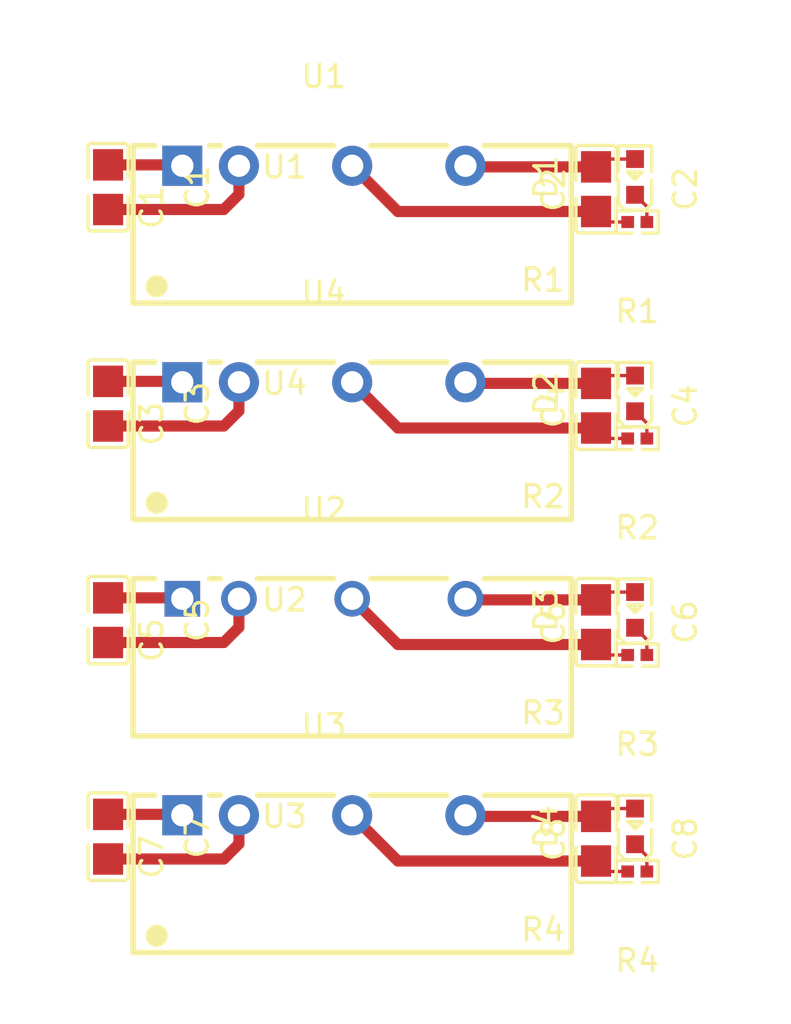
<source format=kicad_pcb>
(kicad_pcb (version 20241229) (generator "pcbnew") (generator_version "9.0")
  (layers (0 "F.Cu" signal) (2 "B.Cu" signal) (13 "F.Paste" user) (15 "B.Paste" user) (5 "F.SilkS" user "F.Silkscreen") (7 "B.SilkS" user "B.Silkscreen") (1 "F.Mask" user) (3 "B.Mask" user) (25 "Edge.Cuts" user))
  (net 0 "")
  (net 1 "regulators[2].led-cathode")
  (net 2 "gnd-6")
  (net 3 "hv-6")
  (net 4 "gnd")
  (net 5 "regulators[0].led-cathode")
  (net 6 "gnd-1")
  (net 7 "hv-3")
  (net 8 "regulators[3].led-cathode")
  (net 9 "gnd-3")
  (net 10 "hv-4")
  (net 11 "regulators[1].led-cathode")
  (net 12 "hv-5")
  (net 13 "hv-1")
  (net 14 "gnd-2")
  (net 15 "gnd-4")
  (net 16 "hv-7")
  (net 17 "hv-2")
  (net 18 "gnd-7")
  (net 19 "hv")
  (net 20 "gnd-5")
  (footprint "atopile:C0805-3b2e55" (layer "F.Cu") (at 138.47 110.67 -90)
    (property "Reference" "C6" (at 0.029417 1.906875 270) (layer "F.SilkS"))
    (property "Value" "10µF ±10% 25V X5R")
    (fp_line (start -0.4 0.9) (end -1.81 0.9) (stroke (width 0.15)) (layer "F.SilkS"))
    (fp_line (start 0.4 0.9) (end 1.81 0.9) (stroke (width 0.15)) (layer "F.SilkS"))
    (fp_line (start -1.96 0.75) (end -1.96 -0.75) (stroke (width 0.15)) (layer "F.SilkS"))
    (fp_line (start 1.96 0.75) (end 1.96 -0.75) (stroke (width 0.15)) (layer "F.SilkS"))
    (fp_line (start -1.81 -0.9) (end -0.4 -0.9) (stroke (width 0.15)) (layer "F.SilkS"))
    (fp_line (start 1.81 -0.9) (end 0.4 -0.9) (stroke (width 0.15)) (layer "F.SilkS"))
    (fp_arc (start -1.81 0.9) (mid -1.916066 0.856066) (end -1.96 0.75) (stroke (width 0.15)) (layer "F.SilkS"))
    (fp_arc (start 1.96 0.75) (mid 1.916066 0.856066) (end 1.81 0.9) (stroke (width 0.15)) (layer "F.SilkS"))
    (fp_arc (start -1.96 -0.75) (mid -1.916066 -0.856066) (end -1.81 -0.9) (stroke (width 0.15)) (layer "F.SilkS"))
    (fp_arc (start 1.81 -0.9) (mid 1.916066 -0.856066) (end 1.96 -0.75) (stroke (width 0.15)) (layer "F.SilkS"))
    (fp_text user "${REFERENCE}" (at 0 -4 270) (layer "F.SilkS"))
    (pad "1" smd rect (at -1 0 270) (size 1.41 1.35) (layers "F.Cu" "F.Mask" "F.Paste") (net 10 "hv-4"))
    (pad "2" smd rect (at 1 0 270) (size 1.41 1.35) (layers "F.Cu" "F.Mask" "F.Paste") (net 9 "gnd-3"))
  )
  (footprint "atopile:R0402-56259e" (layer "F.Cu") (at 140.32 92.74 180)
    (property "Reference" "R1" (at 4.23 -2.6 0) (layer "F.SilkS"))
    (property "Value" "2kΩ ±1% 62.5mW")
    (fp_line (start 0.94 0.5) (end 0.94 -0.5) (stroke (width 0.15)) (layer "F.SilkS"))
    (fp_line (start 0.94 -0.5) (end 0.23 -0.5) (stroke (width 0.15)) (layer "F.SilkS"))
    (fp_line (start 0.23 0.5) (end 0.94 0.5) (stroke (width 0.15)) (layer "F.SilkS"))
    (fp_line (start -0.23 0.5) (end -0.94 0.5) (stroke (width 0.15)) (layer "F.SilkS"))
    (fp_line (start -0.94 0.5) (end -0.94 -0.5) (stroke (width 0.15)) (layer "F.SilkS"))
    (fp_line (start -0.94 -0.5) (end -0.23 -0.5) (stroke (width 0.15)) (layer "F.SilkS"))
    (fp_text user "${REFERENCE}" (at 0 -4 180) (layer "F.SilkS"))
    (pad "1" smd rect (at -0.43 0 180) (size 0.57 0.54) (layers "F.Cu" "F.Mask" "F.Paste") (net 5 "regulators[0].led-cathode"))
    (pad "2" smd rect (at 0.43 0 180) (size 0.57 0.54) (layers "F.Cu" "F.Mask" "F.Paste") (net 15 "gnd-4"))
  )
  (footprint "atopile:C0805-3b2e55" (layer "F.Cu") (at 116.58 91.18 -90)
    (property "Reference" "C1" (at 0.9 -1.96 90) (layer "F.SilkS"))
    (property "Value" "2.2µF ±10% 25V X7R")
    (fp_line (start -0.4 0.9) (end -1.81 0.9) (stroke (width 0.15)) (layer "F.SilkS"))
    (fp_line (start 0.4 0.9) (end 1.81 0.9) (stroke (width 0.15)) (layer "F.SilkS"))
    (fp_line (start -1.96 0.75) (end -1.96 -0.75) (stroke (width 0.15)) (layer "F.SilkS"))
    (fp_line (start 1.96 0.75) (end 1.96 -0.75) (stroke (width 0.15)) (layer "F.SilkS"))
    (fp_line (start -1.81 -0.9) (end -0.4 -0.9) (stroke (width 0.15)) (layer "F.SilkS"))
    (fp_line (start 1.81 -0.9) (end 0.4 -0.9) (stroke (width 0.15)) (layer "F.SilkS"))
    (fp_arc (start -1.81 0.9) (mid -1.916066 0.856066) (end -1.96 0.75) (stroke (width 0.15)) (layer "F.SilkS"))
    (fp_arc (start 1.96 0.75) (mid 1.916066 0.856066) (end 1.81 0.9) (stroke (width 0.15)) (layer "F.SilkS"))
    (fp_arc (start -1.96 -0.75) (mid -1.916066 -0.856066) (end -1.81 -0.9) (stroke (width 0.15)) (layer "F.SilkS"))
    (fp_arc (start 1.81 -0.9) (mid 1.916066 -0.856066) (end 1.96 -0.75) (stroke (width 0.15)) (layer "F.SilkS"))
    (fp_text user "${REFERENCE}" (at 0 -4 270) (layer "F.SilkS"))
    (pad "1" smd rect (at -1 0 270) (size 1.41 1.35) (layers "F.Cu" "F.Mask" "F.Paste") (net 12 "hv-5"))
    (pad "2" smd rect (at 1 0 270) (size 1.41 1.35) (layers "F.Cu" "F.Mask" "F.Paste") (net 14 "gnd-2"))
  )
  (footprint "atopile:C0805-3b2e55" (layer "F.Cu") (at 116.58 120.28 -90)
    (property "Reference" "C7" (at 0.9 -1.96 90) (layer "F.SilkS"))
    (property "Value" "2.2µF ±10% 25V X7R")
    (fp_line (start -0.4 0.9) (end -1.81 0.9) (stroke (width 0.15)) (layer "F.SilkS"))
    (fp_line (start 0.4 0.9) (end 1.81 0.9) (stroke (width 0.15)) (layer "F.SilkS"))
    (fp_line (start -1.96 0.75) (end -1.96 -0.75) (stroke (width 0.15)) (layer "F.SilkS"))
    (fp_line (start 1.96 0.75) (end 1.96 -0.75) (stroke (width 0.15)) (layer "F.SilkS"))
    (fp_line (start -1.81 -0.9) (end -0.4 -0.9) (stroke (width 0.15)) (layer "F.SilkS"))
    (fp_line (start 1.81 -0.9) (end 0.4 -0.9) (stroke (width 0.15)) (layer "F.SilkS"))
    (fp_arc (start -1.81 0.9) (mid -1.916066 0.856066) (end -1.96 0.75) (stroke (width 0.15)) (layer "F.SilkS"))
    (fp_arc (start 1.96 0.75) (mid 1.916066 0.856066) (end 1.81 0.9) (stroke (width 0.15)) (layer "F.SilkS"))
    (fp_arc (start -1.96 -0.75) (mid -1.916066 -0.856066) (end -1.81 -0.9) (stroke (width 0.15)) (layer "F.SilkS"))
    (fp_arc (start 1.81 -0.9) (mid 1.916066 -0.856066) (end 1.96 -0.75) (stroke (width 0.15)) (layer "F.SilkS"))
    (fp_text user "${REFERENCE}" (at 0 -4 270) (layer "F.SilkS"))
    (pad "1" smd rect (at -1 0 270) (size 1.41 1.35) (layers "F.Cu" "F.Mask" "F.Paste") (net 16 "hv-7"))
    (pad "2" smd rect (at 1 0 270) (size 1.41 1.35) (layers "F.Cu" "F.Mask" "F.Paste") (net 6 "gnd-1"))
  )
  (footprint "atopile:PWRM-TH_BXXXXS-2WR2-87119e" (layer "F.Cu") (at 126.26 109.62)
    (property "Reference" "U2" (at -1.76 0.05 0) (layer "F.SilkS"))
    (property "Value" "")
    (fp_line (start -8.56 -0.9) (end -7.58 -0.9) (stroke (width 0.25)) (layer "F.SilkS"))
    (fp_line (start -8.56 6.15) (end -8.56 -0.9) (stroke (width 0.25)) (layer "F.SilkS"))
    (fp_line (start -5.12 -0.9) (end -4.65 -0.9) (stroke (width 0.25)) (layer "F.SilkS"))
    (fp_line (start -2.97 -0.9) (end 0.43 -0.9) (stroke (width 0.25)) (layer "F.SilkS"))
    (fp_line (start 2.11 -0.9) (end 5.51 -0.9) (stroke (width 0.25)) (layer "F.SilkS"))
    (fp_line (start 7.19 -0.9) (end 11.1 -0.9) (stroke (width 0.25)) (layer "F.SilkS"))
    (fp_line (start 11.09 6.15) (end -8.56 6.15) (stroke (width 0.25)) (layer "F.SilkS"))
    (fp_line (start 11.1 6.15) (end 11.1 -0.9) (stroke (width 0.25)) (layer "F.SilkS"))
    (fp_text user "${REFERENCE}" (at 0 -4 0) (layer "F.SilkS"))
    (pad "1" thru_hole rect (at -6.35 0) (size 1.6 1.6) (drill 0.999998) (layers "*.Cu" "*.Mask") (net 7 "hv-3"))
    (pad "2" thru_hole circle (at -3.81 0) (size 1.6 1.6) (drill 0.999998) (layers "*.Cu" "*.Mask") (net 4 "gnd"))
    (pad "4" thru_hole circle (at 1.27 0) (size 1.6 1.6) (drill 0.999998) (layers "*.Cu" "*.Mask") (net 9 "gnd-3"))
    (pad "6" thru_hole circle (at 6.35 0) (size 1.6 1.6) (drill 0.999998) (layers "*.Cu" "*.Mask") (net 10 "hv-4"))
  )
  (footprint "atopile:C0805-3b2e55" (layer "F.Cu") (at 138.47 100.97 -90)
    (property "Reference" "C4" (at 0.029417 1.906875 270) (layer "F.SilkS"))
    (property "Value" "10µF ±10% 25V X5R")
    (fp_line (start -0.4 0.9) (end -1.81 0.9) (stroke (width 0.15)) (layer "F.SilkS"))
    (fp_line (start 0.4 0.9) (end 1.81 0.9) (stroke (width 0.15)) (layer "F.SilkS"))
    (fp_line (start -1.96 0.75) (end -1.96 -0.75) (stroke (width 0.15)) (layer "F.SilkS"))
    (fp_line (start 1.96 0.75) (end 1.96 -0.75) (stroke (width 0.15)) (layer "F.SilkS"))
    (fp_line (start -1.81 -0.9) (end -0.4 -0.9) (stroke (width 0.15)) (layer "F.SilkS"))
    (fp_line (start 1.81 -0.9) (end 0.4 -0.9) (stroke (width 0.15)) (layer "F.SilkS"))
    (fp_arc (start -1.81 0.9) (mid -1.916066 0.856066) (end -1.96 0.75) (stroke (width 0.15)) (layer "F.SilkS"))
    (fp_arc (start 1.96 0.75) (mid 1.916066 0.856066) (end 1.81 0.9) (stroke (width 0.15)) (layer "F.SilkS"))
    (fp_arc (start -1.96 -0.75) (mid -1.916066 -0.856066) (end -1.81 -0.9) (stroke (width 0.15)) (layer "F.SilkS"))
    (fp_arc (start 1.81 -0.9) (mid 1.916066 -0.856066) (end 1.96 -0.75) (stroke (width 0.15)) (layer "F.SilkS"))
    (fp_text user "${REFERENCE}" (at 0 -4 270) (layer "F.SilkS"))
    (pad "1" smd rect (at -1 0 270) (size 1.41 1.35) (layers "F.Cu" "F.Mask" "F.Paste") (net 19 "hv"))
    (pad "2" smd rect (at 1 0 270) (size 1.41 1.35) (layers "F.Cu" "F.Mask" "F.Paste") (net 18 "gnd-7"))
  )
  (footprint "atopile:LED0603-RD-c81ffb" (layer "F.Cu") (at 140.22 90.72 90)
    (property "Reference" "D1" (hide yes))
    (property "Value" "")
    (fp_line (start 1.39 -0.75) (end 1.39 0.73) (stroke (width 0.15)) (layer "F.SilkS"))
    (fp_line (start 0.24 -0.75) (end 1.39 -0.75) (stroke (width 0.15)) (layer "F.SilkS"))
    (fp_line (start -0.14 -0.75) (end -1.19 -0.75) (stroke (width 0.15)) (layer "F.SilkS"))
    (fp_line (start -1.49 -0.45) (end -1.19 -0.75) (stroke (width 0.15)) (layer "F.SilkS"))
    (fp_line (start 0.22 -0.35) (end 0.22 -0.34) (stroke (width 0.15)) (layer "F.SilkS"))
    (fp_line (start 0.22 -0.35) (end 0.22 0.33) (stroke (width 0.15)) (layer "F.SilkS"))
    (fp_line (start -1.49 -0.35) (end -1.49 -0.45) (stroke (width 0.15)) (layer "F.SilkS"))
    (fp_line (start -1.49 -0.35) (end -1.49 0.35) (stroke (width 0.15)) (layer "F.SilkS"))
    (fp_line (start 0.22 -0.34) (end -0.12 0) (stroke (width 0.15)) (layer "F.SilkS"))
    (fp_line (start 0.22 0) (end -0.12 0) (stroke (width 0.15)) (layer "F.SilkS"))
    (fp_line (start 0.22 0.33) (end 0.21 0.33) (stroke (width 0.15)) (layer "F.SilkS"))
    (fp_line (start 0.21 0.33) (end -0.12 0) (stroke (width 0.15)) (layer "F.SilkS"))
    (fp_line (start -1.49 0.35) (end -1.49 0.45) (stroke (width 0.15)) (layer "F.SilkS"))
    (fp_line (start -1.49 0.45) (end -1.19 0.75) (stroke (width 0.15)) (layer "F.SilkS"))
    (fp_line (start 0.24 0.75) (end 1.39 0.75) (stroke (width 0.15)) (layer "F.SilkS"))
    (fp_line (start -0.14 0.75) (end -1.19 0.75) (stroke (width 0.15)) (layer "F.SilkS"))
    (fp_text user "${REFERENCE}" (at 0 -4 90) (layer "F.SilkS"))
    (pad "1" smd rect (at -0.8 0 180) (size 0.8 0.8) (layers "F.Cu" "F.Mask" "F.Paste") (net 5 "regulators[0].led-cathode"))
    (pad "2" smd rect (at 0.8 0 180) (size 0.8 0.8) (layers "F.Cu" "F.Mask" "F.Paste") (net 13 "hv-1"))
  )
  (footprint "atopile:C0805-3b2e55" (layer "F.Cu") (at 138.47 120.37 -90)
    (property "Reference" "C8" (at 0.029417 1.906875 270) (layer "F.SilkS"))
    (property "Value" "10µF ±10% 25V X5R")
    (fp_line (start -0.4 0.9) (end -1.81 0.9) (stroke (width 0.15)) (layer "F.SilkS"))
    (fp_line (start 0.4 0.9) (end 1.81 0.9) (stroke (width 0.15)) (layer "F.SilkS"))
    (fp_line (start -1.96 0.75) (end -1.96 -0.75) (stroke (width 0.15)) (layer "F.SilkS"))
    (fp_line (start 1.96 0.75) (end 1.96 -0.75) (stroke (width 0.15)) (layer "F.SilkS"))
    (fp_line (start -1.81 -0.9) (end -0.4 -0.9) (stroke (width 0.15)) (layer "F.SilkS"))
    (fp_line (start 1.81 -0.9) (end 0.4 -0.9) (stroke (width 0.15)) (layer "F.SilkS"))
    (fp_arc (start -1.81 0.9) (mid -1.916066 0.856066) (end -1.96 0.75) (stroke (width 0.15)) (layer "F.SilkS"))
    (fp_arc (start 1.96 0.75) (mid 1.916066 0.856066) (end 1.81 0.9) (stroke (width 0.15)) (layer "F.SilkS"))
    (fp_arc (start -1.96 -0.75) (mid -1.916066 -0.856066) (end -1.81 -0.9) (stroke (width 0.15)) (layer "F.SilkS"))
    (fp_arc (start 1.81 -0.9) (mid 1.916066 -0.856066) (end 1.96 -0.75) (stroke (width 0.15)) (layer "F.SilkS"))
    (fp_text user "${REFERENCE}" (at 0 -4 270) (layer "F.SilkS"))
    (pad "1" smd rect (at -1 0 270) (size 1.41 1.35) (layers "F.Cu" "F.Mask" "F.Paste") (net 3 "hv-6"))
    (pad "2" smd rect (at 1 0 270) (size 1.41 1.35) (layers "F.Cu" "F.Mask" "F.Paste") (net 2 "gnd-6"))
  )
  (footprint "atopile:LED0603-RD-c81ffb" (layer "F.Cu") (at 140.22 119.82 90)
    (property "Reference" "D4" (hide yes))
    (property "Value" "")
    (fp_line (start 1.39 -0.75) (end 1.39 0.73) (stroke (width 0.15)) (layer "F.SilkS"))
    (fp_line (start 0.24 -0.75) (end 1.39 -0.75) (stroke (width 0.15)) (layer "F.SilkS"))
    (fp_line (start -0.14 -0.75) (end -1.19 -0.75) (stroke (width 0.15)) (layer "F.SilkS"))
    (fp_line (start -1.49 -0.45) (end -1.19 -0.75) (stroke (width 0.15)) (layer "F.SilkS"))
    (fp_line (start 0.22 -0.35) (end 0.22 -0.34) (stroke (width 0.15)) (layer "F.SilkS"))
    (fp_line (start 0.22 -0.35) (end 0.22 0.33) (stroke (width 0.15)) (layer "F.SilkS"))
    (fp_line (start -1.49 -0.35) (end -1.49 -0.45) (stroke (width 0.15)) (layer "F.SilkS"))
    (fp_line (start -1.49 -0.35) (end -1.49 0.35) (stroke (width 0.15)) (layer "F.SilkS"))
    (fp_line (start 0.22 -0.34) (end -0.12 0) (stroke (width 0.15)) (layer "F.SilkS"))
    (fp_line (start 0.22 0) (end -0.12 0) (stroke (width 0.15)) (layer "F.SilkS"))
    (fp_line (start 0.22 0.33) (end 0.21 0.33) (stroke (width 0.15)) (layer "F.SilkS"))
    (fp_line (start 0.21 0.33) (end -0.12 0) (stroke (width 0.15)) (layer "F.SilkS"))
    (fp_line (start -1.49 0.35) (end -1.49 0.45) (stroke (width 0.15)) (layer "F.SilkS"))
    (fp_line (start -1.49 0.45) (end -1.19 0.75) (stroke (width 0.15)) (layer "F.SilkS"))
    (fp_line (start 0.24 0.75) (end 1.39 0.75) (stroke (width 0.15)) (layer "F.SilkS"))
    (fp_line (start -0.14 0.75) (end -1.19 0.75) (stroke (width 0.15)) (layer "F.SilkS"))
    (fp_text user "${REFERENCE}" (at 0 -4 90) (layer "F.SilkS"))
    (pad "1" smd rect (at -0.8 0 180) (size 0.8 0.8) (layers "F.Cu" "F.Mask" "F.Paste") (net 8 "regulators[3].led-cathode"))
    (pad "2" smd rect (at 0.8 0 180) (size 0.8 0.8) (layers "F.Cu" "F.Mask" "F.Paste") (net 3 "hv-6"))
  )
  (footprint "atopile:LED0603-RD-c81ffb" (layer "F.Cu") (at 140.22 100.42 90)
    (property "Reference" "D2" (hide yes))
    (property "Value" "")
    (fp_line (start 1.39 -0.75) (end 1.39 0.73) (stroke (width 0.15)) (layer "F.SilkS"))
    (fp_line (start 0.24 -0.75) (end 1.39 -0.75) (stroke (width 0.15)) (layer "F.SilkS"))
    (fp_line (start -0.14 -0.75) (end -1.19 -0.75) (stroke (width 0.15)) (layer "F.SilkS"))
    (fp_line (start -1.49 -0.45) (end -1.19 -0.75) (stroke (width 0.15)) (layer "F.SilkS"))
    (fp_line (start 0.22 -0.35) (end 0.22 -0.34) (stroke (width 0.15)) (layer "F.SilkS"))
    (fp_line (start 0.22 -0.35) (end 0.22 0.33) (stroke (width 0.15)) (layer "F.SilkS"))
    (fp_line (start -1.49 -0.35) (end -1.49 -0.45) (stroke (width 0.15)) (layer "F.SilkS"))
    (fp_line (start -1.49 -0.35) (end -1.49 0.35) (stroke (width 0.15)) (layer "F.SilkS"))
    (fp_line (start 0.22 -0.34) (end -0.12 0) (stroke (width 0.15)) (layer "F.SilkS"))
    (fp_line (start 0.22 0) (end -0.12 0) (stroke (width 0.15)) (layer "F.SilkS"))
    (fp_line (start 0.22 0.33) (end 0.21 0.33) (stroke (width 0.15)) (layer "F.SilkS"))
    (fp_line (start 0.21 0.33) (end -0.12 0) (stroke (width 0.15)) (layer "F.SilkS"))
    (fp_line (start -1.49 0.35) (end -1.49 0.45) (stroke (width 0.15)) (layer "F.SilkS"))
    (fp_line (start -1.49 0.45) (end -1.19 0.75) (stroke (width 0.15)) (layer "F.SilkS"))
    (fp_line (start 0.24 0.75) (end 1.39 0.75) (stroke (width 0.15)) (layer "F.SilkS"))
    (fp_line (start -0.14 0.75) (end -1.19 0.75) (stroke (width 0.15)) (layer "F.SilkS"))
    (fp_text user "${REFERENCE}" (at 0 -4 90) (layer "F.SilkS"))
    (pad "1" smd rect (at -0.8 0 180) (size 0.8 0.8) (layers "F.Cu" "F.Mask" "F.Paste") (net 11 "regulators[1].led-cathode"))
    (pad "2" smd rect (at 0.8 0 180) (size 0.8 0.8) (layers "F.Cu" "F.Mask" "F.Paste") (net 19 "hv"))
  )
  (footprint "atopile:R0402-56259e" (layer "F.Cu") (at 140.32 112.14 180)
    (property "Reference" "R3" (at 4.23 -2.6 0) (layer "F.SilkS"))
    (property "Value" "2kΩ ±1% 62.5mW")
    (fp_line (start 0.94 0.5) (end 0.94 -0.5) (stroke (width 0.15)) (layer "F.SilkS"))
    (fp_line (start 0.94 -0.5) (end 0.23 -0.5) (stroke (width 0.15)) (layer "F.SilkS"))
    (fp_line (start 0.23 0.5) (end 0.94 0.5) (stroke (width 0.15)) (layer "F.SilkS"))
    (fp_line (start -0.23 0.5) (end -0.94 0.5) (stroke (width 0.15)) (layer "F.SilkS"))
    (fp_line (start -0.94 0.5) (end -0.94 -0.5) (stroke (width 0.15)) (layer "F.SilkS"))
    (fp_line (start -0.94 -0.5) (end -0.23 -0.5) (stroke (width 0.15)) (layer "F.SilkS"))
    (fp_text user "${REFERENCE}" (at 0 -4 180) (layer "F.SilkS"))
    (pad "1" smd rect (at -0.43 0 180) (size 0.57 0.54) (layers "F.Cu" "F.Mask" "F.Paste") (net 1 "regulators[2].led-cathode"))
    (pad "2" smd rect (at 0.43 0 180) (size 0.57 0.54) (layers "F.Cu" "F.Mask" "F.Paste") (net 9 "gnd-3"))
  )
  (footprint "atopile:PWRM-TH_BXXXXS-2WR3-d8b2fb" (layer "F.Cu") (at 126.26 119.32)
    (property "Reference" "U3" (at -1.76 0.05 0) (layer "F.SilkS"))
    (property "Value" "")
    (fp_line (start -8.56 -0.9) (end -8.56 6.15) (stroke (width 0.25)) (layer "F.SilkS"))
    (fp_line (start -8.56 -0.9) (end -7.58 -0.9) (stroke (width 0.25)) (layer "F.SilkS"))
    (fp_line (start -8.56 6.15) (end 11.09 6.15) (stroke (width 0.25)) (layer "F.SilkS"))
    (fp_line (start -5.12 -0.9) (end -4.65 -0.9) (stroke (width 0.25)) (layer "F.SilkS"))
    (fp_line (start -2.97 -0.9) (end 0.43 -0.9) (stroke (width 0.25)) (layer "F.SilkS"))
    (fp_line (start 2.11 -0.9) (end 5.51 -0.9) (stroke (width 0.25)) (layer "F.SilkS"))
    (fp_line (start 7.19 -0.9) (end 11.1 -0.9) (stroke (width 0.25)) (layer "F.SilkS"))
    (fp_line (start 11.1 6.15) (end 11.1 -0.9) (stroke (width 0.25)) (layer "F.SilkS"))
    (fp_circle (center -7.5 5.4) (end -7.25 5.4) (stroke (width 0.5)) (fill no) (layer "F.SilkS"))
    (fp_text user "${REFERENCE}" (at 0 -4 0) (layer "F.SilkS"))
    (pad "1" thru_hole rect (at -6.35 0) (size 1.8 1.8) (drill 0.999998) (layers "*.Cu" "*.Mask") (net 16 "hv-7"))
    (pad "2" thru_hole circle (at -3.81 0) (size 1.8 1.8) (drill 0.999998) (layers "*.Cu" "*.Mask") (net 6 "gnd-1"))
    (pad "4" thru_hole circle (at 1.27 0) (size 1.8 1.8) (drill 0.999998) (layers "*.Cu" "*.Mask") (net 2 "gnd-6"))
    (pad "6" thru_hole circle (at 6.35 0) (size 1.8 1.8) (drill 0.999998) (layers "*.Cu" "*.Mask") (net 3 "hv-6"))
  )
  (footprint "atopile:R0402-56259e" (layer "F.Cu") (at 140.32 102.44 180)
    (property "Reference" "R2" (at 4.23 -2.6 0) (layer "F.SilkS"))
    (property "Value" "2kΩ ±1% 62.5mW")
    (fp_line (start 0.94 0.5) (end 0.94 -0.5) (stroke (width 0.15)) (layer "F.SilkS"))
    (fp_line (start 0.94 -0.5) (end 0.23 -0.5) (stroke (width 0.15)) (layer "F.SilkS"))
    (fp_line (start 0.23 0.5) (end 0.94 0.5) (stroke (width 0.15)) (layer "F.SilkS"))
    (fp_line (start -0.23 0.5) (end -0.94 0.5) (stroke (width 0.15)) (layer "F.SilkS"))
    (fp_line (start -0.94 0.5) (end -0.94 -0.5) (stroke (width 0.15)) (layer "F.SilkS"))
    (fp_line (start -0.94 -0.5) (end -0.23 -0.5) (stroke (width 0.15)) (layer "F.SilkS"))
    (fp_text user "${REFERENCE}" (at 0 -4 180) (layer "F.SilkS"))
    (pad "1" smd rect (at -0.43 0 180) (size 0.57 0.54) (layers "F.Cu" "F.Mask" "F.Paste") (net 11 "regulators[1].led-cathode"))
    (pad "2" smd rect (at 0.43 0 180) (size 0.57 0.54) (layers "F.Cu" "F.Mask" "F.Paste") (net 18 "gnd-7"))
  )
  (footprint "atopile:R0402-56259e" (layer "F.Cu") (at 140.32 121.84 180)
    (property "Reference" "R4" (at 4.23 -2.6 0) (layer "F.SilkS"))
    (property "Value" "2kΩ ±1% 62.5mW")
    (fp_line (start 0.94 0.5) (end 0.94 -0.5) (stroke (width 0.15)) (layer "F.SilkS"))
    (fp_line (start 0.94 -0.5) (end 0.23 -0.5) (stroke (width 0.15)) (layer "F.SilkS"))
    (fp_line (start 0.23 0.5) (end 0.94 0.5) (stroke (width 0.15)) (layer "F.SilkS"))
    (fp_line (start -0.23 0.5) (end -0.94 0.5) (stroke (width 0.15)) (layer "F.SilkS"))
    (fp_line (start -0.94 0.5) (end -0.94 -0.5) (stroke (width 0.15)) (layer "F.SilkS"))
    (fp_line (start -0.94 -0.5) (end -0.23 -0.5) (stroke (width 0.15)) (layer "F.SilkS"))
    (fp_text user "${REFERENCE}" (at 0 -4 180) (layer "F.SilkS"))
    (pad "1" smd rect (at -0.43 0 180) (size 0.57 0.54) (layers "F.Cu" "F.Mask" "F.Paste") (net 8 "regulators[3].led-cathode"))
    (pad "2" smd rect (at 0.43 0 180) (size 0.57 0.54) (layers "F.Cu" "F.Mask" "F.Paste") (net 2 "gnd-6"))
  )
  (footprint "atopile:C0805-3b2e55" (layer "F.Cu") (at 116.58 110.58 -90)
    (property "Reference" "C5" (at 0.9 -1.96 90) (layer "F.SilkS"))
    (property "Value" "2.2µF ±10% 25V X7R")
    (fp_line (start -0.4 0.9) (end -1.81 0.9) (stroke (width 0.15)) (layer "F.SilkS"))
    (fp_line (start 0.4 0.9) (end 1.81 0.9) (stroke (width 0.15)) (layer "F.SilkS"))
    (fp_line (start -1.96 0.75) (end -1.96 -0.75) (stroke (width 0.15)) (layer "F.SilkS"))
    (fp_line (start 1.96 0.75) (end 1.96 -0.75) (stroke (width 0.15)) (layer "F.SilkS"))
    (fp_line (start -1.81 -0.9) (end -0.4 -0.9) (stroke (width 0.15)) (layer "F.SilkS"))
    (fp_line (start 1.81 -0.9) (end 0.4 -0.9) (stroke (width 0.15)) (layer "F.SilkS"))
    (fp_arc (start -1.81 0.9) (mid -1.916066 0.856066) (end -1.96 0.75) (stroke (width 0.15)) (layer "F.SilkS"))
    (fp_arc (start 1.96 0.75) (mid 1.916066 0.856066) (end 1.81 0.9) (stroke (width 0.15)) (layer "F.SilkS"))
    (fp_arc (start -1.96 -0.75) (mid -1.916066 -0.856066) (end -1.81 -0.9) (stroke (width 0.15)) (layer "F.SilkS"))
    (fp_arc (start 1.81 -0.9) (mid 1.916066 -0.856066) (end 1.96 -0.75) (stroke (width 0.15)) (layer "F.SilkS"))
    (fp_text user "${REFERENCE}" (at 0 -4 270) (layer "F.SilkS"))
    (pad "1" smd rect (at -1 0 270) (size 1.41 1.35) (layers "F.Cu" "F.Mask" "F.Paste") (net 7 "hv-3"))
    (pad "2" smd rect (at 1 0 270) (size 1.41 1.35) (layers "F.Cu" "F.Mask" "F.Paste") (net 4 "gnd"))
  )
  (footprint "atopile:LED0603-RD-c81ffb" (layer "F.Cu") (at 140.22 110.12 90)
    (property "Reference" "D3" (hide yes))
    (property "Value" "")
    (fp_line (start 1.39 -0.75) (end 1.39 0.73) (stroke (width 0.15)) (layer "F.SilkS"))
    (fp_line (start 0.24 -0.75) (end 1.39 -0.75) (stroke (width 0.15)) (layer "F.SilkS"))
    (fp_line (start -0.14 -0.75) (end -1.19 -0.75) (stroke (width 0.15)) (layer "F.SilkS"))
    (fp_line (start -1.49 -0.45) (end -1.19 -0.75) (stroke (width 0.15)) (layer "F.SilkS"))
    (fp_line (start 0.22 -0.35) (end 0.22 -0.34) (stroke (width 0.15)) (layer "F.SilkS"))
    (fp_line (start 0.22 -0.35) (end 0.22 0.33) (stroke (width 0.15)) (layer "F.SilkS"))
    (fp_line (start -1.49 -0.35) (end -1.49 -0.45) (stroke (width 0.15)) (layer "F.SilkS"))
    (fp_line (start -1.49 -0.35) (end -1.49 0.35) (stroke (width 0.15)) (layer "F.SilkS"))
    (fp_line (start 0.22 -0.34) (end -0.12 0) (stroke (width 0.15)) (layer "F.SilkS"))
    (fp_line (start 0.22 0) (end -0.12 0) (stroke (width 0.15)) (layer "F.SilkS"))
    (fp_line (start 0.22 0.33) (end 0.21 0.33) (stroke (width 0.15)) (layer "F.SilkS"))
    (fp_line (start 0.21 0.33) (end -0.12 0) (stroke (width 0.15)) (layer "F.SilkS"))
    (fp_line (start -1.49 0.35) (end -1.49 0.45) (stroke (width 0.15)) (layer "F.SilkS"))
    (fp_line (start -1.49 0.45) (end -1.19 0.75) (stroke (width 0.15)) (layer "F.SilkS"))
    (fp_line (start 0.24 0.75) (end 1.39 0.75) (stroke (width 0.15)) (layer "F.SilkS"))
    (fp_line (start -0.14 0.75) (end -1.19 0.75) (stroke (width 0.15)) (layer "F.SilkS"))
    (fp_text user "${REFERENCE}" (at 0 -4 90) (layer "F.SilkS"))
    (pad "1" smd rect (at -0.8 0 180) (size 0.8 0.8) (layers "F.Cu" "F.Mask" "F.Paste") (net 1 "regulators[2].led-cathode"))
    (pad "2" smd rect (at 0.8 0 180) (size 0.8 0.8) (layers "F.Cu" "F.Mask" "F.Paste") (net 10 "hv-4"))
  )
  (footprint "atopile:PWRM-TH_BXXXXS-2WR3-d8b2fb" (layer "F.Cu") (at 126.26 99.92)
    (property "Reference" "U4" (at -1.76 0.05 0) (layer "F.SilkS"))
    (property "Value" "")
    (fp_line (start -8.56 -0.9) (end -8.56 6.15) (stroke (width 0.25)) (layer "F.SilkS"))
    (fp_line (start -8.56 -0.9) (end -7.58 -0.9) (stroke (width 0.25)) (layer "F.SilkS"))
    (fp_line (start -8.56 6.15) (end 11.09 6.15) (stroke (width 0.25)) (layer "F.SilkS"))
    (fp_line (start -5.12 -0.9) (end -4.65 -0.9) (stroke (width 0.25)) (layer "F.SilkS"))
    (fp_line (start -2.97 -0.9) (end 0.43 -0.9) (stroke (width 0.25)) (layer "F.SilkS"))
    (fp_line (start 2.11 -0.9) (end 5.51 -0.9) (stroke (width 0.25)) (layer "F.SilkS"))
    (fp_line (start 7.19 -0.9) (end 11.1 -0.9) (stroke (width 0.25)) (layer "F.SilkS"))
    (fp_line (start 11.1 6.15) (end 11.1 -0.9) (stroke (width 0.25)) (layer "F.SilkS"))
    (fp_circle (center -7.5 5.4) (end -7.25 5.4) (stroke (width 0.5)) (fill no) (layer "F.SilkS"))
    (fp_text user "${REFERENCE}" (at 0 -4 0) (layer "F.SilkS"))
    (pad "1" thru_hole rect (at -6.35 0) (size 1.8 1.8) (drill 0.999998) (layers "*.Cu" "*.Mask") (net 17 "hv-2"))
    (pad "2" thru_hole circle (at -3.81 0) (size 1.8 1.8) (drill 0.999998) (layers "*.Cu" "*.Mask") (net 20 "gnd-5"))
    (pad "4" thru_hole circle (at 1.27 0) (size 1.8 1.8) (drill 0.999998) (layers "*.Cu" "*.Mask") (net 18 "gnd-7"))
    (pad "6" thru_hole circle (at 6.35 0) (size 1.8 1.8) (drill 0.999998) (layers "*.Cu" "*.Mask") (net 19 "hv"))
  )
  (footprint "atopile:C0805-3b2e55" (layer "F.Cu") (at 138.47 91.27 -90)
    (property "Reference" "C2" (at 0.029417 1.906875 270) (layer "F.SilkS"))
    (property "Value" "10µF ±10% 25V X5R")
    (fp_line (start -0.4 0.9) (end -1.81 0.9) (stroke (width 0.15)) (layer "F.SilkS"))
    (fp_line (start 0.4 0.9) (end 1.81 0.9) (stroke (width 0.15)) (layer "F.SilkS"))
    (fp_line (start -1.96 0.75) (end -1.96 -0.75) (stroke (width 0.15)) (layer "F.SilkS"))
    (fp_line (start 1.96 0.75) (end 1.96 -0.75) (stroke (width 0.15)) (layer "F.SilkS"))
    (fp_line (start -1.81 -0.9) (end -0.4 -0.9) (stroke (width 0.15)) (layer "F.SilkS"))
    (fp_line (start 1.81 -0.9) (end 0.4 -0.9) (stroke (width 0.15)) (layer "F.SilkS"))
    (fp_arc (start -1.81 0.9) (mid -1.916066 0.856066) (end -1.96 0.75) (stroke (width 0.15)) (layer "F.SilkS"))
    (fp_arc (start 1.96 0.75) (mid 1.916066 0.856066) (end 1.81 0.9) (stroke (width 0.15)) (layer "F.SilkS"))
    (fp_arc (start -1.96 -0.75) (mid -1.916066 -0.856066) (end -1.81 -0.9) (stroke (width 0.15)) (layer "F.SilkS"))
    (fp_arc (start 1.81 -0.9) (mid 1.916066 -0.856066) (end 1.96 -0.75) (stroke (width 0.15)) (layer "F.SilkS"))
    (fp_text user "${REFERENCE}" (at 0 -4 270) (layer "F.SilkS"))
    (pad "1" smd rect (at -1 0 270) (size 1.41 1.35) (layers "F.Cu" "F.Mask" "F.Paste") (net 13 "hv-1"))
    (pad "2" smd rect (at 1 0 270) (size 1.41 1.35) (layers "F.Cu" "F.Mask" "F.Paste") (net 15 "gnd-4"))
  )
  (footprint "atopile:PWRM-TH_BXXXXS-2WR3-d8b2fb" (layer "F.Cu") (at 126.26 90.22)
    (property "Reference" "U1" (at -1.76 0.05 0) (layer "F.SilkS"))
    (property "Value" "")
    (fp_line (start -8.56 -0.9) (end -8.56 6.15) (stroke (width 0.25)) (layer "F.SilkS"))
    (fp_line (start -8.56 -0.9) (end -7.58 -0.9) (stroke (width 0.25)) (layer "F.SilkS"))
    (fp_line (start -8.56 6.15) (end 11.09 6.15) (stroke (width 0.25)) (layer "F.SilkS"))
    (fp_line (start -5.12 -0.9) (end -4.65 -0.9) (stroke (width 0.25)) (layer "F.SilkS"))
    (fp_line (start -2.97 -0.9) (end 0.43 -0.9) (stroke (width 0.25)) (layer "F.SilkS"))
    (fp_line (start 2.11 -0.9) (end 5.51 -0.9) (stroke (width 0.25)) (layer "F.SilkS"))
    (fp_line (start 7.19 -0.9) (end 11.1 -0.9) (stroke (width 0.25)) (layer "F.SilkS"))
    (fp_line (start 11.1 6.15) (end 11.1 -0.9) (stroke (width 0.25)) (layer "F.SilkS"))
    (fp_circle (center -7.5 5.4) (end -7.25 5.4) (stroke (width 0.5)) (fill no) (layer "F.SilkS"))
    (fp_text user "${REFERENCE}" (at 0 -4 0) (layer "F.SilkS"))
    (pad "1" thru_hole rect (at -6.35 0) (size 1.8 1.8) (drill 0.999998) (layers "*.Cu" "*.Mask") (net 12 "hv-5"))
    (pad "2" thru_hole circle (at -3.81 0) (size 1.8 1.8) (drill 0.999998) (layers "*.Cu" "*.Mask") (net 14 "gnd-2"))
    (pad "4" thru_hole circle (at 1.27 0) (size 1.8 1.8) (drill 0.999998) (layers "*.Cu" "*.Mask") (net 15 "gnd-4"))
    (pad "6" thru_hole circle (at 6.35 0) (size 1.8 1.8) (drill 0.999998) (layers "*.Cu" "*.Mask") (net 13 "hv-1"))
  )
  (footprint "atopile:C0805-3b2e55" (layer "F.Cu") (at 116.58 100.88 -90)
    (property "Reference" "C3" (at 0.9 -1.96 90) (layer "F.SilkS"))
    (property "Value" "2.2µF ±10% 25V X7R")
    (fp_line (start -0.4 0.9) (end -1.81 0.9) (stroke (width 0.15)) (layer "F.SilkS"))
    (fp_line (start 0.4 0.9) (end 1.81 0.9) (stroke (width 0.15)) (layer "F.SilkS"))
    (fp_line (start -1.96 0.75) (end -1.96 -0.75) (stroke (width 0.15)) (layer "F.SilkS"))
    (fp_line (start 1.96 0.75) (end 1.96 -0.75) (stroke (width 0.15)) (layer "F.SilkS"))
    (fp_line (start -1.81 -0.9) (end -0.4 -0.9) (stroke (width 0.15)) (layer "F.SilkS"))
    (fp_line (start 1.81 -0.9) (end 0.4 -0.9) (stroke (width 0.15)) (layer "F.SilkS"))
    (fp_arc (start -1.81 0.9) (mid -1.916066 0.856066) (end -1.96 0.75) (stroke (width 0.15)) (layer "F.SilkS"))
    (fp_arc (start 1.96 0.75) (mid 1.916066 0.856066) (end 1.81 0.9) (stroke (width 0.15)) (layer "F.SilkS"))
    (fp_arc (start -1.96 -0.75) (mid -1.916066 -0.856066) (end -1.81 -0.9) (stroke (width 0.15)) (layer "F.SilkS"))
    (fp_arc (start 1.81 -0.9) (mid 1.916066 -0.856066) (end 1.96 -0.75) (stroke (width 0.15)) (layer "F.SilkS"))
    (fp_text user "${REFERENCE}" (at 0 -4 270) (layer "F.SilkS"))
    (pad "1" smd rect (at -1 0 270) (size 1.41 1.35) (layers "F.Cu" "F.Mask" "F.Paste") (net 17 "hv-2"))
    (pad "2" smd rect (at 1 0 270) (size 1.41 1.35) (layers "F.Cu" "F.Mask" "F.Paste") (net 20 "gnd-5"))
  )
  (segment (start 140.75 111.45) (end 140.22 110.92) (width 0.15) (layer "F.Cu") (net 1))
  (segment (start 140.75 112.14) (end 140.75 111.45) (width 0.15) (layer "F.Cu") (net 1))
  (segment (start 140.01 111.13) (end 140.22 110.92) (width 0.15) (layer "F.Cu") (net 1))
  (segment (start 138.47 121.37) (end 129.58 121.37) (width 0.5) (layer "F.Cu") (net 2))
  (segment (start 138.94 121.84) (end 138.47 121.37) (width 0.15) (layer "F.Cu") (net 2))
  (segment (start 139.89 121.84) (end 138.94 121.84) (width 0.15) (layer "F.Cu") (net 2))
  (segment (start 129.58 121.37) (end 127.53 119.32) (width 0.5) (layer "F.Cu") (net 2))
  (segment (start 138.47 119.37) (end 132.66 119.37) (width 0.5) (layer "F.Cu") (net 3))
  (segment (start 138.82 119.02) (end 138.47 119.37) (width 0.15) (layer "F.Cu") (net 3))
  (segment (start 132.66 119.37) (end 132.61 119.32) (width 0.15) (layer "F.Cu") (net 3))
  (segment (start 140.22 119.02) (end 138.82 119.02) (width 0.15) (layer "F.Cu") (net 3))
  (segment (start 122.45 110.9) (end 121.77 111.58) (width 0.5) (layer "F.Cu") (net 4))
  (segment (start 122.45 109.62) (end 122.45 110.9) (width 0.5) (layer "F.Cu") (net 4))
  (segment (start 121.77 111.58) (end 116.58 111.58) (width 0.5) (layer "F.Cu") (net 4))
  (segment (start 140.75 92.05) (end 140.22 91.52) (width 0.15) (layer "F.Cu") (net 5))
  (segment (start 140.75 92.74) (end 140.75 92.05) (width 0.15) (layer "F.Cu") (net 5))
  (segment (start 140.01 91.73) (end 140.22 91.52) (width 0.15) (layer "F.Cu") (net 5))
  (segment (start 122.45 119.32) (end 122.45 120.6) (width 0.5) (layer "F.Cu") (net 6))
  (segment (start 122.45 120.6) (end 121.77 121.28) (width 0.5) (layer "F.Cu") (net 6))
  (segment (start 121.77 121.28) (end 116.58 121.28) (width 0.5) (layer "F.Cu") (net 6))
  (segment (start 119.87 109.58) (end 119.91 109.62) (width 0.15) (layer "F.Cu") (net 7))
  (segment (start 116.58 109.58) (end 119.87 109.58) (width 0.5) (layer "F.Cu") (net 7))
  (segment (start 140.01 120.83) (end 140.22 120.62) (width 0.15) (layer "F.Cu") (net 8))
  (segment (start 140.75 121.84) (end 140.75 121.15) (width 0.15) (layer "F.Cu") (net 8))
  (segment (start 140.75 121.15) (end 140.22 120.62) (width 0.15) (layer "F.Cu") (net 8))
  (segment (start 139.89 112.14) (end 138.94 112.14) (width 0.15) (layer "F.Cu") (net 9))
  (segment (start 138.47 111.67) (end 129.58 111.67) (width 0.5) (layer "F.Cu") (net 9))
  (segment (start 129.58 111.67) (end 127.53 109.62) (width 0.5) (layer "F.Cu") (net 9))
  (segment (start 138.94 112.14) (end 138.47 111.67) (width 0.15) (layer "F.Cu") (net 9))
  (segment (start 132.66 109.67) (end 132.61 109.62) (width 0.15) (layer "F.Cu") (net 10))
  (segment (start 140.22 109.32) (end 138.82 109.32) (width 0.15) (layer "F.Cu") (net 10))
  (segment (start 138.47 109.67) (end 132.66 109.67) (width 0.5) (layer "F.Cu") (net 10))
  (segment (start 138.82 109.32) (end 138.47 109.67) (width 0.15) (layer "F.Cu") (net 10))
  (segment (start 140.01 101.43) (end 140.22 101.22) (width 0.15) (layer "F.Cu") (net 11))
  (segment (start 140.75 101.75) (end 140.22 101.22) (width 0.15) (layer "F.Cu") (net 11))
  (segment (start 140.75 102.44) (end 140.75 101.75) (width 0.15) (layer "F.Cu") (net 11))
  (segment (start 116.58 90.18) (end 119.87 90.18) (width 0.5) (layer "F.Cu") (net 12))
  (segment (start 119.87 90.18) (end 119.91 90.22) (width 0.15) (layer "F.Cu") (net 12))
  (segment (start 140.22 89.92) (end 138.82 89.92) (width 0.15) (layer "F.Cu") (net 13))
  (segment (start 138.47 90.27) (end 132.66 90.27) (width 0.5) (layer "F.Cu") (net 13))
  (segment (start 132.66 90.27) (end 132.61 90.22) (width 0.15) (layer "F.Cu") (net 13))
  (segment (start 138.82 89.92) (end 138.47 90.27) (width 0.15) (layer "F.Cu") (net 13))
  (segment (start 122.45 91.5) (end 121.77 92.18) (width 0.5) (layer "F.Cu") (net 14))
  (segment (start 121.77 92.18) (end 116.58 92.18) (width 0.5) (layer "F.Cu") (net 14))
  (segment (start 122.45 90.22) (end 122.45 91.5) (width 0.5) (layer "F.Cu") (net 14))
  (segment (start 138.47 92.27) (end 129.58 92.27) (width 0.5) (layer "F.Cu") (net 15))
  (segment (start 138.94 92.74) (end 138.47 92.27) (width 0.15) (layer "F.Cu") (net 15))
  (segment (start 139.89 92.74) (end 138.94 92.74) (width 0.15) (layer "F.Cu") (net 15))
  (segment (start 129.58 92.27) (end 127.53 90.22) (width 0.5) (layer "F.Cu") (net 15))
  (segment (start 116.58 119.28) (end 119.87 119.28) (width 0.5) (layer "F.Cu") (net 16))
  (segment (start 119.87 119.28) (end 119.91 119.32) (width 0.15) (layer "F.Cu") (net 16))
  (segment (start 119.87 99.88) (end 119.91 99.92) (width 0.15) (layer "F.Cu") (net 17))
  (segment (start 116.58 99.88) (end 119.87 99.88) (width 0.5) (layer "F.Cu") (net 17))
  (segment (start 138.47 101.97) (end 129.58 101.97) (width 0.5) (layer "F.Cu") (net 18))
  (segment (start 138.94 102.44) (end 138.47 101.97) (width 0.15) (layer "F.Cu") (net 18))
  (segment (start 129.58 101.97) (end 127.53 99.92) (width 0.5) (layer "F.Cu") (net 18))
  (segment (start 139.89 102.44) (end 138.94 102.44) (width 0.15) (layer "F.Cu") (net 18))
  (segment (start 138.47 99.97) (end 132.66 99.97) (width 0.5) (layer "F.Cu") (net 19))
  (segment (start 138.82 99.62) (end 138.47 99.97) (width 0.15) (layer "F.Cu") (net 19))
  (segment (start 140.22 99.62) (end 138.82 99.62) (width 0.15) (layer "F.Cu") (net 19))
  (segment (start 132.66 99.97) (end 132.61 99.92) (width 0.15) (layer "F.Cu") (net 19))
  (segment (start 122.45 99.92) (end 122.45 101.2) (width 0.5) (layer "F.Cu") (net 20))
  (segment (start 121.77 101.88) (end 116.58 101.88) (width 0.5) (layer "F.Cu") (net 20))
  (segment (start 122.45 101.2) (end 121.77 101.88) (width 0.5) (layer "F.Cu") (net 20))
)
</source>
